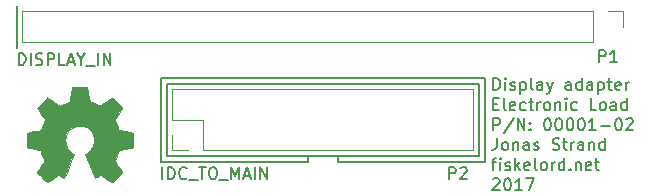
<source format=gbr>
G04 #@! TF.FileFunction,Legend,Top*
%FSLAX46Y46*%
G04 Gerber Fmt 4.6, Leading zero omitted, Abs format (unit mm)*
G04 Created by KiCad (PCBNEW 4.0.5) date 10/06/17 13:28:22*
%MOMM*%
%LPD*%
G01*
G04 APERTURE LIST*
%ADD10C,0.100000*%
%ADD11C,0.150000*%
%ADD12C,0.200000*%
%ADD13C,0.120000*%
%ADD14C,0.002540*%
G04 APERTURE END LIST*
D10*
D11*
X140137048Y-73096381D02*
X140137048Y-72096381D01*
X140375143Y-72096381D01*
X140518001Y-72144000D01*
X140613239Y-72239238D01*
X140660858Y-72334476D01*
X140708477Y-72524952D01*
X140708477Y-72667810D01*
X140660858Y-72858286D01*
X140613239Y-72953524D01*
X140518001Y-73048762D01*
X140375143Y-73096381D01*
X140137048Y-73096381D01*
X141137048Y-73096381D02*
X141137048Y-72096381D01*
X141565619Y-73048762D02*
X141708476Y-73096381D01*
X141946572Y-73096381D01*
X142041810Y-73048762D01*
X142089429Y-73001143D01*
X142137048Y-72905905D01*
X142137048Y-72810667D01*
X142089429Y-72715429D01*
X142041810Y-72667810D01*
X141946572Y-72620190D01*
X141756095Y-72572571D01*
X141660857Y-72524952D01*
X141613238Y-72477333D01*
X141565619Y-72382095D01*
X141565619Y-72286857D01*
X141613238Y-72191619D01*
X141660857Y-72144000D01*
X141756095Y-72096381D01*
X141994191Y-72096381D01*
X142137048Y-72144000D01*
X142565619Y-73096381D02*
X142565619Y-72096381D01*
X142946572Y-72096381D01*
X143041810Y-72144000D01*
X143089429Y-72191619D01*
X143137048Y-72286857D01*
X143137048Y-72429714D01*
X143089429Y-72524952D01*
X143041810Y-72572571D01*
X142946572Y-72620190D01*
X142565619Y-72620190D01*
X144041810Y-73096381D02*
X143565619Y-73096381D01*
X143565619Y-72096381D01*
X144327524Y-72810667D02*
X144803715Y-72810667D01*
X144232286Y-73096381D02*
X144565619Y-72096381D01*
X144898953Y-73096381D01*
X145422762Y-72620190D02*
X145422762Y-73096381D01*
X145089429Y-72096381D02*
X145422762Y-72620190D01*
X145756096Y-72096381D01*
X145851334Y-73191619D02*
X146613239Y-73191619D01*
X146851334Y-73096381D02*
X146851334Y-72096381D01*
X147327524Y-73096381D02*
X147327524Y-72096381D01*
X147898953Y-73096381D01*
X147898953Y-72096381D01*
X152289429Y-82748381D02*
X152289429Y-81748381D01*
X152765619Y-82748381D02*
X152765619Y-81748381D01*
X153003714Y-81748381D01*
X153146572Y-81796000D01*
X153241810Y-81891238D01*
X153289429Y-81986476D01*
X153337048Y-82176952D01*
X153337048Y-82319810D01*
X153289429Y-82510286D01*
X153241810Y-82605524D01*
X153146572Y-82700762D01*
X153003714Y-82748381D01*
X152765619Y-82748381D01*
X154337048Y-82653143D02*
X154289429Y-82700762D01*
X154146572Y-82748381D01*
X154051334Y-82748381D01*
X153908476Y-82700762D01*
X153813238Y-82605524D01*
X153765619Y-82510286D01*
X153718000Y-82319810D01*
X153718000Y-82176952D01*
X153765619Y-81986476D01*
X153813238Y-81891238D01*
X153908476Y-81796000D01*
X154051334Y-81748381D01*
X154146572Y-81748381D01*
X154289429Y-81796000D01*
X154337048Y-81843619D01*
X154527524Y-82843619D02*
X155289429Y-82843619D01*
X155384667Y-81748381D02*
X155956096Y-81748381D01*
X155670381Y-82748381D02*
X155670381Y-81748381D01*
X156479905Y-81748381D02*
X156670382Y-81748381D01*
X156765620Y-81796000D01*
X156860858Y-81891238D01*
X156908477Y-82081714D01*
X156908477Y-82415048D01*
X156860858Y-82605524D01*
X156765620Y-82700762D01*
X156670382Y-82748381D01*
X156479905Y-82748381D01*
X156384667Y-82700762D01*
X156289429Y-82605524D01*
X156241810Y-82415048D01*
X156241810Y-82081714D01*
X156289429Y-81891238D01*
X156384667Y-81796000D01*
X156479905Y-81748381D01*
X157098953Y-82843619D02*
X157860858Y-82843619D01*
X158098953Y-82748381D02*
X158098953Y-81748381D01*
X158432287Y-82462667D01*
X158765620Y-81748381D01*
X158765620Y-82748381D01*
X159194191Y-82462667D02*
X159670382Y-82462667D01*
X159098953Y-82748381D02*
X159432286Y-81748381D01*
X159765620Y-82748381D01*
X160098953Y-82748381D02*
X160098953Y-81748381D01*
X160575143Y-82748381D02*
X160575143Y-81748381D01*
X161146572Y-82748381D01*
X161146572Y-81748381D01*
D12*
X180609810Y-79286381D02*
X180609810Y-80000667D01*
X180562190Y-80143524D01*
X180466952Y-80238762D01*
X180324095Y-80286381D01*
X180228857Y-80286381D01*
X181228857Y-80286381D02*
X181133619Y-80238762D01*
X181086000Y-80191143D01*
X181038381Y-80095905D01*
X181038381Y-79810190D01*
X181086000Y-79714952D01*
X181133619Y-79667333D01*
X181228857Y-79619714D01*
X181371715Y-79619714D01*
X181466953Y-79667333D01*
X181514572Y-79714952D01*
X181562191Y-79810190D01*
X181562191Y-80095905D01*
X181514572Y-80191143D01*
X181466953Y-80238762D01*
X181371715Y-80286381D01*
X181228857Y-80286381D01*
X181990762Y-79619714D02*
X181990762Y-80286381D01*
X181990762Y-79714952D02*
X182038381Y-79667333D01*
X182133619Y-79619714D01*
X182276477Y-79619714D01*
X182371715Y-79667333D01*
X182419334Y-79762571D01*
X182419334Y-80286381D01*
X183324096Y-80286381D02*
X183324096Y-79762571D01*
X183276477Y-79667333D01*
X183181239Y-79619714D01*
X182990762Y-79619714D01*
X182895524Y-79667333D01*
X183324096Y-80238762D02*
X183228858Y-80286381D01*
X182990762Y-80286381D01*
X182895524Y-80238762D01*
X182847905Y-80143524D01*
X182847905Y-80048286D01*
X182895524Y-79953048D01*
X182990762Y-79905429D01*
X183228858Y-79905429D01*
X183324096Y-79857810D01*
X183752667Y-80238762D02*
X183847905Y-80286381D01*
X184038381Y-80286381D01*
X184133620Y-80238762D01*
X184181239Y-80143524D01*
X184181239Y-80095905D01*
X184133620Y-80000667D01*
X184038381Y-79953048D01*
X183895524Y-79953048D01*
X183800286Y-79905429D01*
X183752667Y-79810190D01*
X183752667Y-79762571D01*
X183800286Y-79667333D01*
X183895524Y-79619714D01*
X184038381Y-79619714D01*
X184133620Y-79667333D01*
X185324096Y-80238762D02*
X185466953Y-80286381D01*
X185705049Y-80286381D01*
X185800287Y-80238762D01*
X185847906Y-80191143D01*
X185895525Y-80095905D01*
X185895525Y-80000667D01*
X185847906Y-79905429D01*
X185800287Y-79857810D01*
X185705049Y-79810190D01*
X185514572Y-79762571D01*
X185419334Y-79714952D01*
X185371715Y-79667333D01*
X185324096Y-79572095D01*
X185324096Y-79476857D01*
X185371715Y-79381619D01*
X185419334Y-79334000D01*
X185514572Y-79286381D01*
X185752668Y-79286381D01*
X185895525Y-79334000D01*
X186181239Y-79619714D02*
X186562191Y-79619714D01*
X186324096Y-79286381D02*
X186324096Y-80143524D01*
X186371715Y-80238762D01*
X186466953Y-80286381D01*
X186562191Y-80286381D01*
X186895525Y-80286381D02*
X186895525Y-79619714D01*
X186895525Y-79810190D02*
X186943144Y-79714952D01*
X186990763Y-79667333D01*
X187086001Y-79619714D01*
X187181240Y-79619714D01*
X187943145Y-80286381D02*
X187943145Y-79762571D01*
X187895526Y-79667333D01*
X187800288Y-79619714D01*
X187609811Y-79619714D01*
X187514573Y-79667333D01*
X187943145Y-80238762D02*
X187847907Y-80286381D01*
X187609811Y-80286381D01*
X187514573Y-80238762D01*
X187466954Y-80143524D01*
X187466954Y-80048286D01*
X187514573Y-79953048D01*
X187609811Y-79905429D01*
X187847907Y-79905429D01*
X187943145Y-79857810D01*
X188419335Y-79619714D02*
X188419335Y-80286381D01*
X188419335Y-79714952D02*
X188466954Y-79667333D01*
X188562192Y-79619714D01*
X188705050Y-79619714D01*
X188800288Y-79667333D01*
X188847907Y-79762571D01*
X188847907Y-80286381D01*
X189752669Y-80286381D02*
X189752669Y-79286381D01*
X189752669Y-80238762D02*
X189657431Y-80286381D01*
X189466954Y-80286381D01*
X189371716Y-80238762D01*
X189324097Y-80191143D01*
X189276478Y-80095905D01*
X189276478Y-79810190D01*
X189324097Y-79714952D01*
X189371716Y-79667333D01*
X189466954Y-79619714D01*
X189657431Y-79619714D01*
X189752669Y-79667333D01*
X180181238Y-81319714D02*
X180562190Y-81319714D01*
X180324095Y-81986381D02*
X180324095Y-81129238D01*
X180371714Y-81034000D01*
X180466952Y-80986381D01*
X180562190Y-80986381D01*
X180895524Y-81986381D02*
X180895524Y-81319714D01*
X180895524Y-80986381D02*
X180847905Y-81034000D01*
X180895524Y-81081619D01*
X180943143Y-81034000D01*
X180895524Y-80986381D01*
X180895524Y-81081619D01*
X181324095Y-81938762D02*
X181419333Y-81986381D01*
X181609809Y-81986381D01*
X181705048Y-81938762D01*
X181752667Y-81843524D01*
X181752667Y-81795905D01*
X181705048Y-81700667D01*
X181609809Y-81653048D01*
X181466952Y-81653048D01*
X181371714Y-81605429D01*
X181324095Y-81510190D01*
X181324095Y-81462571D01*
X181371714Y-81367333D01*
X181466952Y-81319714D01*
X181609809Y-81319714D01*
X181705048Y-81367333D01*
X182181238Y-81986381D02*
X182181238Y-80986381D01*
X182276476Y-81605429D02*
X182562191Y-81986381D01*
X182562191Y-81319714D02*
X182181238Y-81700667D01*
X183371715Y-81938762D02*
X183276477Y-81986381D01*
X183086000Y-81986381D01*
X182990762Y-81938762D01*
X182943143Y-81843524D01*
X182943143Y-81462571D01*
X182990762Y-81367333D01*
X183086000Y-81319714D01*
X183276477Y-81319714D01*
X183371715Y-81367333D01*
X183419334Y-81462571D01*
X183419334Y-81557810D01*
X182943143Y-81653048D01*
X183990762Y-81986381D02*
X183895524Y-81938762D01*
X183847905Y-81843524D01*
X183847905Y-80986381D01*
X184514572Y-81986381D02*
X184419334Y-81938762D01*
X184371715Y-81891143D01*
X184324096Y-81795905D01*
X184324096Y-81510190D01*
X184371715Y-81414952D01*
X184419334Y-81367333D01*
X184514572Y-81319714D01*
X184657430Y-81319714D01*
X184752668Y-81367333D01*
X184800287Y-81414952D01*
X184847906Y-81510190D01*
X184847906Y-81795905D01*
X184800287Y-81891143D01*
X184752668Y-81938762D01*
X184657430Y-81986381D01*
X184514572Y-81986381D01*
X185276477Y-81986381D02*
X185276477Y-81319714D01*
X185276477Y-81510190D02*
X185324096Y-81414952D01*
X185371715Y-81367333D01*
X185466953Y-81319714D01*
X185562192Y-81319714D01*
X186324097Y-81986381D02*
X186324097Y-80986381D01*
X186324097Y-81938762D02*
X186228859Y-81986381D01*
X186038382Y-81986381D01*
X185943144Y-81938762D01*
X185895525Y-81891143D01*
X185847906Y-81795905D01*
X185847906Y-81510190D01*
X185895525Y-81414952D01*
X185943144Y-81367333D01*
X186038382Y-81319714D01*
X186228859Y-81319714D01*
X186324097Y-81367333D01*
X186800287Y-81891143D02*
X186847906Y-81938762D01*
X186800287Y-81986381D01*
X186752668Y-81938762D01*
X186800287Y-81891143D01*
X186800287Y-81986381D01*
X187276477Y-81319714D02*
X187276477Y-81986381D01*
X187276477Y-81414952D02*
X187324096Y-81367333D01*
X187419334Y-81319714D01*
X187562192Y-81319714D01*
X187657430Y-81367333D01*
X187705049Y-81462571D01*
X187705049Y-81986381D01*
X188562192Y-81938762D02*
X188466954Y-81986381D01*
X188276477Y-81986381D01*
X188181239Y-81938762D01*
X188133620Y-81843524D01*
X188133620Y-81462571D01*
X188181239Y-81367333D01*
X188276477Y-81319714D01*
X188466954Y-81319714D01*
X188562192Y-81367333D01*
X188609811Y-81462571D01*
X188609811Y-81557810D01*
X188133620Y-81653048D01*
X188895525Y-81319714D02*
X189276477Y-81319714D01*
X189038382Y-80986381D02*
X189038382Y-81843524D01*
X189086001Y-81938762D01*
X189181239Y-81986381D01*
X189276477Y-81986381D01*
X180276476Y-82781619D02*
X180324095Y-82734000D01*
X180419333Y-82686381D01*
X180657429Y-82686381D01*
X180752667Y-82734000D01*
X180800286Y-82781619D01*
X180847905Y-82876857D01*
X180847905Y-82972095D01*
X180800286Y-83114952D01*
X180228857Y-83686381D01*
X180847905Y-83686381D01*
X181466952Y-82686381D02*
X181562191Y-82686381D01*
X181657429Y-82734000D01*
X181705048Y-82781619D01*
X181752667Y-82876857D01*
X181800286Y-83067333D01*
X181800286Y-83305429D01*
X181752667Y-83495905D01*
X181705048Y-83591143D01*
X181657429Y-83638762D01*
X181562191Y-83686381D01*
X181466952Y-83686381D01*
X181371714Y-83638762D01*
X181324095Y-83591143D01*
X181276476Y-83495905D01*
X181228857Y-83305429D01*
X181228857Y-83067333D01*
X181276476Y-82876857D01*
X181324095Y-82781619D01*
X181371714Y-82734000D01*
X181466952Y-82686381D01*
X182752667Y-83686381D02*
X182181238Y-83686381D01*
X182466952Y-83686381D02*
X182466952Y-82686381D01*
X182371714Y-82829238D01*
X182276476Y-82924476D01*
X182181238Y-82972095D01*
X183086000Y-82686381D02*
X183752667Y-82686381D01*
X183324095Y-83686381D01*
X180324095Y-75206381D02*
X180324095Y-74206381D01*
X180562190Y-74206381D01*
X180705048Y-74254000D01*
X180800286Y-74349238D01*
X180847905Y-74444476D01*
X180895524Y-74634952D01*
X180895524Y-74777810D01*
X180847905Y-74968286D01*
X180800286Y-75063524D01*
X180705048Y-75158762D01*
X180562190Y-75206381D01*
X180324095Y-75206381D01*
X181324095Y-75206381D02*
X181324095Y-74539714D01*
X181324095Y-74206381D02*
X181276476Y-74254000D01*
X181324095Y-74301619D01*
X181371714Y-74254000D01*
X181324095Y-74206381D01*
X181324095Y-74301619D01*
X181752666Y-75158762D02*
X181847904Y-75206381D01*
X182038380Y-75206381D01*
X182133619Y-75158762D01*
X182181238Y-75063524D01*
X182181238Y-75015905D01*
X182133619Y-74920667D01*
X182038380Y-74873048D01*
X181895523Y-74873048D01*
X181800285Y-74825429D01*
X181752666Y-74730190D01*
X181752666Y-74682571D01*
X181800285Y-74587333D01*
X181895523Y-74539714D01*
X182038380Y-74539714D01*
X182133619Y-74587333D01*
X182609809Y-74539714D02*
X182609809Y-75539714D01*
X182609809Y-74587333D02*
X182705047Y-74539714D01*
X182895524Y-74539714D01*
X182990762Y-74587333D01*
X183038381Y-74634952D01*
X183086000Y-74730190D01*
X183086000Y-75015905D01*
X183038381Y-75111143D01*
X182990762Y-75158762D01*
X182895524Y-75206381D01*
X182705047Y-75206381D01*
X182609809Y-75158762D01*
X183657428Y-75206381D02*
X183562190Y-75158762D01*
X183514571Y-75063524D01*
X183514571Y-74206381D01*
X184466953Y-75206381D02*
X184466953Y-74682571D01*
X184419334Y-74587333D01*
X184324096Y-74539714D01*
X184133619Y-74539714D01*
X184038381Y-74587333D01*
X184466953Y-75158762D02*
X184371715Y-75206381D01*
X184133619Y-75206381D01*
X184038381Y-75158762D01*
X183990762Y-75063524D01*
X183990762Y-74968286D01*
X184038381Y-74873048D01*
X184133619Y-74825429D01*
X184371715Y-74825429D01*
X184466953Y-74777810D01*
X184847905Y-74539714D02*
X185086000Y-75206381D01*
X185324096Y-74539714D02*
X185086000Y-75206381D01*
X184990762Y-75444476D01*
X184943143Y-75492095D01*
X184847905Y-75539714D01*
X186895525Y-75206381D02*
X186895525Y-74682571D01*
X186847906Y-74587333D01*
X186752668Y-74539714D01*
X186562191Y-74539714D01*
X186466953Y-74587333D01*
X186895525Y-75158762D02*
X186800287Y-75206381D01*
X186562191Y-75206381D01*
X186466953Y-75158762D01*
X186419334Y-75063524D01*
X186419334Y-74968286D01*
X186466953Y-74873048D01*
X186562191Y-74825429D01*
X186800287Y-74825429D01*
X186895525Y-74777810D01*
X187800287Y-75206381D02*
X187800287Y-74206381D01*
X187800287Y-75158762D02*
X187705049Y-75206381D01*
X187514572Y-75206381D01*
X187419334Y-75158762D01*
X187371715Y-75111143D01*
X187324096Y-75015905D01*
X187324096Y-74730190D01*
X187371715Y-74634952D01*
X187419334Y-74587333D01*
X187514572Y-74539714D01*
X187705049Y-74539714D01*
X187800287Y-74587333D01*
X188705049Y-75206381D02*
X188705049Y-74682571D01*
X188657430Y-74587333D01*
X188562192Y-74539714D01*
X188371715Y-74539714D01*
X188276477Y-74587333D01*
X188705049Y-75158762D02*
X188609811Y-75206381D01*
X188371715Y-75206381D01*
X188276477Y-75158762D01*
X188228858Y-75063524D01*
X188228858Y-74968286D01*
X188276477Y-74873048D01*
X188371715Y-74825429D01*
X188609811Y-74825429D01*
X188705049Y-74777810D01*
X189181239Y-74539714D02*
X189181239Y-75539714D01*
X189181239Y-74587333D02*
X189276477Y-74539714D01*
X189466954Y-74539714D01*
X189562192Y-74587333D01*
X189609811Y-74634952D01*
X189657430Y-74730190D01*
X189657430Y-75015905D01*
X189609811Y-75111143D01*
X189562192Y-75158762D01*
X189466954Y-75206381D01*
X189276477Y-75206381D01*
X189181239Y-75158762D01*
X189943144Y-74539714D02*
X190324096Y-74539714D01*
X190086001Y-74206381D02*
X190086001Y-75063524D01*
X190133620Y-75158762D01*
X190228858Y-75206381D01*
X190324096Y-75206381D01*
X191038383Y-75158762D02*
X190943145Y-75206381D01*
X190752668Y-75206381D01*
X190657430Y-75158762D01*
X190609811Y-75063524D01*
X190609811Y-74682571D01*
X190657430Y-74587333D01*
X190752668Y-74539714D01*
X190943145Y-74539714D01*
X191038383Y-74587333D01*
X191086002Y-74682571D01*
X191086002Y-74777810D01*
X190609811Y-74873048D01*
X191514573Y-75206381D02*
X191514573Y-74539714D01*
X191514573Y-74730190D02*
X191562192Y-74634952D01*
X191609811Y-74587333D01*
X191705049Y-74539714D01*
X191800288Y-74539714D01*
X180324095Y-76382571D02*
X180657429Y-76382571D01*
X180800286Y-76906381D02*
X180324095Y-76906381D01*
X180324095Y-75906381D01*
X180800286Y-75906381D01*
X181371714Y-76906381D02*
X181276476Y-76858762D01*
X181228857Y-76763524D01*
X181228857Y-75906381D01*
X182133620Y-76858762D02*
X182038382Y-76906381D01*
X181847905Y-76906381D01*
X181752667Y-76858762D01*
X181705048Y-76763524D01*
X181705048Y-76382571D01*
X181752667Y-76287333D01*
X181847905Y-76239714D01*
X182038382Y-76239714D01*
X182133620Y-76287333D01*
X182181239Y-76382571D01*
X182181239Y-76477810D01*
X181705048Y-76573048D01*
X183038382Y-76858762D02*
X182943144Y-76906381D01*
X182752667Y-76906381D01*
X182657429Y-76858762D01*
X182609810Y-76811143D01*
X182562191Y-76715905D01*
X182562191Y-76430190D01*
X182609810Y-76334952D01*
X182657429Y-76287333D01*
X182752667Y-76239714D01*
X182943144Y-76239714D01*
X183038382Y-76287333D01*
X183324096Y-76239714D02*
X183705048Y-76239714D01*
X183466953Y-75906381D02*
X183466953Y-76763524D01*
X183514572Y-76858762D01*
X183609810Y-76906381D01*
X183705048Y-76906381D01*
X184038382Y-76906381D02*
X184038382Y-76239714D01*
X184038382Y-76430190D02*
X184086001Y-76334952D01*
X184133620Y-76287333D01*
X184228858Y-76239714D01*
X184324097Y-76239714D01*
X184800287Y-76906381D02*
X184705049Y-76858762D01*
X184657430Y-76811143D01*
X184609811Y-76715905D01*
X184609811Y-76430190D01*
X184657430Y-76334952D01*
X184705049Y-76287333D01*
X184800287Y-76239714D01*
X184943145Y-76239714D01*
X185038383Y-76287333D01*
X185086002Y-76334952D01*
X185133621Y-76430190D01*
X185133621Y-76715905D01*
X185086002Y-76811143D01*
X185038383Y-76858762D01*
X184943145Y-76906381D01*
X184800287Y-76906381D01*
X185562192Y-76239714D02*
X185562192Y-76906381D01*
X185562192Y-76334952D02*
X185609811Y-76287333D01*
X185705049Y-76239714D01*
X185847907Y-76239714D01*
X185943145Y-76287333D01*
X185990764Y-76382571D01*
X185990764Y-76906381D01*
X186466954Y-76906381D02*
X186466954Y-76239714D01*
X186466954Y-75906381D02*
X186419335Y-75954000D01*
X186466954Y-76001619D01*
X186514573Y-75954000D01*
X186466954Y-75906381D01*
X186466954Y-76001619D01*
X187371716Y-76858762D02*
X187276478Y-76906381D01*
X187086001Y-76906381D01*
X186990763Y-76858762D01*
X186943144Y-76811143D01*
X186895525Y-76715905D01*
X186895525Y-76430190D01*
X186943144Y-76334952D01*
X186990763Y-76287333D01*
X187086001Y-76239714D01*
X187276478Y-76239714D01*
X187371716Y-76287333D01*
X189038383Y-76906381D02*
X188562192Y-76906381D01*
X188562192Y-75906381D01*
X189514573Y-76906381D02*
X189419335Y-76858762D01*
X189371716Y-76811143D01*
X189324097Y-76715905D01*
X189324097Y-76430190D01*
X189371716Y-76334952D01*
X189419335Y-76287333D01*
X189514573Y-76239714D01*
X189657431Y-76239714D01*
X189752669Y-76287333D01*
X189800288Y-76334952D01*
X189847907Y-76430190D01*
X189847907Y-76715905D01*
X189800288Y-76811143D01*
X189752669Y-76858762D01*
X189657431Y-76906381D01*
X189514573Y-76906381D01*
X190705050Y-76906381D02*
X190705050Y-76382571D01*
X190657431Y-76287333D01*
X190562193Y-76239714D01*
X190371716Y-76239714D01*
X190276478Y-76287333D01*
X190705050Y-76858762D02*
X190609812Y-76906381D01*
X190371716Y-76906381D01*
X190276478Y-76858762D01*
X190228859Y-76763524D01*
X190228859Y-76668286D01*
X190276478Y-76573048D01*
X190371716Y-76525429D01*
X190609812Y-76525429D01*
X190705050Y-76477810D01*
X191609812Y-76906381D02*
X191609812Y-75906381D01*
X191609812Y-76858762D02*
X191514574Y-76906381D01*
X191324097Y-76906381D01*
X191228859Y-76858762D01*
X191181240Y-76811143D01*
X191133621Y-76715905D01*
X191133621Y-76430190D01*
X191181240Y-76334952D01*
X191228859Y-76287333D01*
X191324097Y-76239714D01*
X191514574Y-76239714D01*
X191609812Y-76287333D01*
X180324095Y-78606381D02*
X180324095Y-77606381D01*
X180705048Y-77606381D01*
X180800286Y-77654000D01*
X180847905Y-77701619D01*
X180895524Y-77796857D01*
X180895524Y-77939714D01*
X180847905Y-78034952D01*
X180800286Y-78082571D01*
X180705048Y-78130190D01*
X180324095Y-78130190D01*
X182038381Y-77558762D02*
X181181238Y-78844476D01*
X182371714Y-78606381D02*
X182371714Y-77606381D01*
X182943143Y-78606381D01*
X182943143Y-77606381D01*
X183419333Y-78511143D02*
X183466952Y-78558762D01*
X183419333Y-78606381D01*
X183371714Y-78558762D01*
X183419333Y-78511143D01*
X183419333Y-78606381D01*
X183419333Y-77987333D02*
X183466952Y-78034952D01*
X183419333Y-78082571D01*
X183371714Y-78034952D01*
X183419333Y-77987333D01*
X183419333Y-78082571D01*
X184847904Y-77606381D02*
X184943143Y-77606381D01*
X185038381Y-77654000D01*
X185086000Y-77701619D01*
X185133619Y-77796857D01*
X185181238Y-77987333D01*
X185181238Y-78225429D01*
X185133619Y-78415905D01*
X185086000Y-78511143D01*
X185038381Y-78558762D01*
X184943143Y-78606381D01*
X184847904Y-78606381D01*
X184752666Y-78558762D01*
X184705047Y-78511143D01*
X184657428Y-78415905D01*
X184609809Y-78225429D01*
X184609809Y-77987333D01*
X184657428Y-77796857D01*
X184705047Y-77701619D01*
X184752666Y-77654000D01*
X184847904Y-77606381D01*
X185800285Y-77606381D02*
X185895524Y-77606381D01*
X185990762Y-77654000D01*
X186038381Y-77701619D01*
X186086000Y-77796857D01*
X186133619Y-77987333D01*
X186133619Y-78225429D01*
X186086000Y-78415905D01*
X186038381Y-78511143D01*
X185990762Y-78558762D01*
X185895524Y-78606381D01*
X185800285Y-78606381D01*
X185705047Y-78558762D01*
X185657428Y-78511143D01*
X185609809Y-78415905D01*
X185562190Y-78225429D01*
X185562190Y-77987333D01*
X185609809Y-77796857D01*
X185657428Y-77701619D01*
X185705047Y-77654000D01*
X185800285Y-77606381D01*
X186752666Y-77606381D02*
X186847905Y-77606381D01*
X186943143Y-77654000D01*
X186990762Y-77701619D01*
X187038381Y-77796857D01*
X187086000Y-77987333D01*
X187086000Y-78225429D01*
X187038381Y-78415905D01*
X186990762Y-78511143D01*
X186943143Y-78558762D01*
X186847905Y-78606381D01*
X186752666Y-78606381D01*
X186657428Y-78558762D01*
X186609809Y-78511143D01*
X186562190Y-78415905D01*
X186514571Y-78225429D01*
X186514571Y-77987333D01*
X186562190Y-77796857D01*
X186609809Y-77701619D01*
X186657428Y-77654000D01*
X186752666Y-77606381D01*
X187705047Y-77606381D02*
X187800286Y-77606381D01*
X187895524Y-77654000D01*
X187943143Y-77701619D01*
X187990762Y-77796857D01*
X188038381Y-77987333D01*
X188038381Y-78225429D01*
X187990762Y-78415905D01*
X187943143Y-78511143D01*
X187895524Y-78558762D01*
X187800286Y-78606381D01*
X187705047Y-78606381D01*
X187609809Y-78558762D01*
X187562190Y-78511143D01*
X187514571Y-78415905D01*
X187466952Y-78225429D01*
X187466952Y-77987333D01*
X187514571Y-77796857D01*
X187562190Y-77701619D01*
X187609809Y-77654000D01*
X187705047Y-77606381D01*
X188990762Y-78606381D02*
X188419333Y-78606381D01*
X188705047Y-78606381D02*
X188705047Y-77606381D01*
X188609809Y-77749238D01*
X188514571Y-77844476D01*
X188419333Y-77892095D01*
X189419333Y-78225429D02*
X190181238Y-78225429D01*
X190847904Y-77606381D02*
X190943143Y-77606381D01*
X191038381Y-77654000D01*
X191086000Y-77701619D01*
X191133619Y-77796857D01*
X191181238Y-77987333D01*
X191181238Y-78225429D01*
X191133619Y-78415905D01*
X191086000Y-78511143D01*
X191038381Y-78558762D01*
X190943143Y-78606381D01*
X190847904Y-78606381D01*
X190752666Y-78558762D01*
X190705047Y-78511143D01*
X190657428Y-78415905D01*
X190609809Y-78225429D01*
X190609809Y-77987333D01*
X190657428Y-77796857D01*
X190705047Y-77701619D01*
X190752666Y-77654000D01*
X190847904Y-77606381D01*
X191562190Y-77701619D02*
X191609809Y-77654000D01*
X191705047Y-77606381D01*
X191943143Y-77606381D01*
X192038381Y-77654000D01*
X192086000Y-77701619D01*
X192133619Y-77796857D01*
X192133619Y-77892095D01*
X192086000Y-78034952D01*
X191514571Y-78606381D01*
X192133619Y-78606381D01*
X139954000Y-71628000D02*
X139954000Y-68072000D01*
X164592000Y-80772000D02*
X167132000Y-80772000D01*
X164592000Y-81280000D02*
X164592000Y-80772000D01*
X152146000Y-81280000D02*
X164592000Y-81280000D01*
X152146000Y-74168000D02*
X152146000Y-81280000D01*
X179578000Y-74168000D02*
X152146000Y-74168000D01*
X179578000Y-81280000D02*
X179578000Y-74168000D01*
X167132000Y-81280000D02*
X179578000Y-81280000D01*
X167132000Y-80772000D02*
X167132000Y-81280000D01*
X179070000Y-80772000D02*
X167132000Y-80772000D01*
X179070000Y-74676000D02*
X179070000Y-80772000D01*
X152654000Y-74676000D02*
X179070000Y-74676000D01*
X152654000Y-80772000D02*
X152654000Y-74676000D01*
X164592000Y-80772000D02*
X152654000Y-80772000D01*
D13*
X140402000Y-68520000D02*
X140402000Y-71180000D01*
X188722000Y-68520000D02*
X140402000Y-68520000D01*
X188722000Y-71180000D02*
X140402000Y-71180000D01*
X188722000Y-68520000D02*
X188722000Y-71180000D01*
X189992000Y-68520000D02*
X191322000Y-68520000D01*
X191322000Y-68520000D02*
X191322000Y-69850000D01*
X178622000Y-80324000D02*
X178622000Y-75124000D01*
X155702000Y-80324000D02*
X178622000Y-80324000D01*
X153102000Y-75124000D02*
X178622000Y-75124000D01*
X155702000Y-80324000D02*
X155702000Y-77724000D01*
X155702000Y-77724000D02*
X153102000Y-77724000D01*
X153102000Y-77724000D02*
X153102000Y-75124000D01*
X154432000Y-80324000D02*
X153102000Y-80324000D01*
X153102000Y-80324000D02*
X153102000Y-78994000D01*
D14*
G36*
X142560040Y-83035140D02*
X142608300Y-83012280D01*
X142712440Y-82943700D01*
X142862300Y-82847180D01*
X143040100Y-82727800D01*
X143217900Y-82605880D01*
X143365220Y-82509360D01*
X143469360Y-82443320D01*
X143510000Y-82420460D01*
X143535400Y-82428080D01*
X143619220Y-82468720D01*
X143741140Y-82532220D01*
X143812260Y-82570320D01*
X143926560Y-82618580D01*
X143982440Y-82628740D01*
X143990060Y-82613500D01*
X144033240Y-82527140D01*
X144096740Y-82379820D01*
X144183100Y-82184240D01*
X144279620Y-81955640D01*
X144383760Y-81709260D01*
X144487900Y-81457800D01*
X144586960Y-81219040D01*
X144675860Y-81003140D01*
X144746980Y-80827880D01*
X144792700Y-80705960D01*
X144810480Y-80652620D01*
X144805400Y-80642460D01*
X144749520Y-80586580D01*
X144650460Y-80512920D01*
X144437100Y-80340200D01*
X144226280Y-80078580D01*
X144099280Y-79781400D01*
X144056100Y-79448660D01*
X144091660Y-79141320D01*
X144213580Y-78846680D01*
X144419320Y-78582520D01*
X144668240Y-78384400D01*
X144960340Y-78259940D01*
X145288000Y-78219300D01*
X145600420Y-78254860D01*
X145902680Y-78374240D01*
X146166840Y-78574900D01*
X146278600Y-78704440D01*
X146433540Y-78973680D01*
X146522440Y-79260700D01*
X146532600Y-79334360D01*
X146519900Y-79651860D01*
X146425920Y-79954120D01*
X146258280Y-80225900D01*
X146027140Y-80446880D01*
X145999200Y-80467200D01*
X145889980Y-80548480D01*
X145818860Y-80604360D01*
X145762980Y-80650080D01*
X146164300Y-81617820D01*
X146227800Y-81772760D01*
X146339560Y-82036920D01*
X146436080Y-82265520D01*
X146514820Y-82445860D01*
X146568160Y-82567780D01*
X146591020Y-82616040D01*
X146593560Y-82618580D01*
X146629120Y-82626200D01*
X146702780Y-82598260D01*
X146837400Y-82532220D01*
X146928840Y-82486500D01*
X147030440Y-82438240D01*
X147076160Y-82420460D01*
X147116800Y-82440780D01*
X147215860Y-82504280D01*
X147358100Y-82600800D01*
X147533360Y-82717640D01*
X147695920Y-82829400D01*
X147848320Y-82931000D01*
X147960080Y-83002120D01*
X148013420Y-83030060D01*
X148021040Y-83030060D01*
X148069300Y-83004660D01*
X148155660Y-82931000D01*
X148287740Y-82806540D01*
X148475700Y-82621120D01*
X148503640Y-82593180D01*
X148656040Y-82438240D01*
X148780500Y-82306160D01*
X148864320Y-82214720D01*
X148894800Y-82171540D01*
X148894800Y-82171540D01*
X148866860Y-82118200D01*
X148798280Y-82008980D01*
X148696680Y-81854040D01*
X148574760Y-81673700D01*
X148254720Y-81208880D01*
X148429980Y-80769460D01*
X148483320Y-80634840D01*
X148551900Y-80469740D01*
X148605240Y-80352900D01*
X148630640Y-80302100D01*
X148678900Y-80286860D01*
X148798280Y-80256380D01*
X148973540Y-80220820D01*
X149181820Y-80182720D01*
X149379940Y-80144620D01*
X149557740Y-80111600D01*
X149687280Y-80086200D01*
X149745700Y-80076040D01*
X149760940Y-80065880D01*
X149771100Y-80037940D01*
X149778720Y-79976980D01*
X149783800Y-79867760D01*
X149786340Y-79697580D01*
X149786340Y-79448660D01*
X149786340Y-79423260D01*
X149783800Y-79184500D01*
X149781260Y-78996540D01*
X149773640Y-78874620D01*
X149766020Y-78826360D01*
X149763480Y-78823820D01*
X149710140Y-78811120D01*
X149583140Y-78783180D01*
X149402800Y-78750160D01*
X149189440Y-78709520D01*
X149176740Y-78706980D01*
X148963380Y-78663800D01*
X148785580Y-78628240D01*
X148661120Y-78600300D01*
X148607780Y-78582520D01*
X148597620Y-78567280D01*
X148554440Y-78483460D01*
X148493480Y-78351380D01*
X148422360Y-78191360D01*
X148353780Y-78023720D01*
X148292820Y-77873860D01*
X148252180Y-77762100D01*
X148239480Y-77711300D01*
X148239480Y-77708760D01*
X148272500Y-77657960D01*
X148346160Y-77548740D01*
X148450300Y-77396340D01*
X148572220Y-77213460D01*
X148582380Y-77200760D01*
X148704300Y-77020420D01*
X148803360Y-76868020D01*
X148871940Y-76758800D01*
X148894800Y-76710540D01*
X148894800Y-76708000D01*
X148854160Y-76654660D01*
X148762720Y-76553060D01*
X148630640Y-76415900D01*
X148473160Y-76255880D01*
X148424900Y-76207620D01*
X148249640Y-76034900D01*
X148127720Y-75925680D01*
X148051520Y-75864720D01*
X148015960Y-75852020D01*
X148013420Y-75852020D01*
X147960080Y-75885040D01*
X147845780Y-75958700D01*
X147693380Y-76062840D01*
X147510500Y-76187300D01*
X147497800Y-76197460D01*
X147317460Y-76319380D01*
X147167600Y-76420980D01*
X147060920Y-76489560D01*
X147015200Y-76517500D01*
X147005040Y-76517500D01*
X146933920Y-76497180D01*
X146804380Y-76451460D01*
X146646900Y-76390500D01*
X146481800Y-76324460D01*
X146329400Y-76260960D01*
X146217640Y-76207620D01*
X146164300Y-76179680D01*
X146161760Y-76177140D01*
X146141440Y-76111100D01*
X146110960Y-75976480D01*
X146072860Y-75791060D01*
X146032220Y-75572620D01*
X146024600Y-75537060D01*
X145983960Y-75321160D01*
X145950940Y-75143360D01*
X145925540Y-75021440D01*
X145912840Y-74970640D01*
X145882360Y-74965560D01*
X145775680Y-74957940D01*
X145618200Y-74952860D01*
X145422620Y-74950320D01*
X145219420Y-74952860D01*
X145021300Y-74955400D01*
X144851120Y-74963020D01*
X144729200Y-74970640D01*
X144678400Y-74980800D01*
X144678400Y-74983340D01*
X144658080Y-75049380D01*
X144630140Y-75184000D01*
X144592040Y-75371960D01*
X144548860Y-75592940D01*
X144541240Y-75631040D01*
X144500600Y-75844400D01*
X144465040Y-76019660D01*
X144439640Y-76141580D01*
X144426940Y-76187300D01*
X144406620Y-76197460D01*
X144317720Y-76238100D01*
X144175480Y-76296520D01*
X143997680Y-76367640D01*
X143586200Y-76535280D01*
X143080740Y-76189840D01*
X143035020Y-76156820D01*
X142852140Y-76034900D01*
X142702280Y-75935840D01*
X142598140Y-75867260D01*
X142557500Y-75841860D01*
X142552420Y-75844400D01*
X142501620Y-75887580D01*
X142402560Y-75981560D01*
X142265400Y-76116180D01*
X142105380Y-76273660D01*
X141988540Y-76393040D01*
X141848840Y-76532740D01*
X141762480Y-76629260D01*
X141714220Y-76690220D01*
X141696440Y-76725780D01*
X141701520Y-76751180D01*
X141732000Y-76801980D01*
X141808200Y-76913740D01*
X141912340Y-77068680D01*
X142034260Y-77246480D01*
X142135860Y-77396340D01*
X142245080Y-77563980D01*
X142316200Y-77685900D01*
X142341600Y-77744320D01*
X142333980Y-77769720D01*
X142300960Y-77868780D01*
X142240000Y-78018640D01*
X142163800Y-78196440D01*
X141988540Y-78595220D01*
X141726920Y-78646020D01*
X141566900Y-78676500D01*
X141345920Y-78719680D01*
X141132560Y-78760320D01*
X140799820Y-78823820D01*
X140789660Y-80043020D01*
X140840460Y-80065880D01*
X140888720Y-80078580D01*
X141013180Y-80106520D01*
X141188440Y-80142080D01*
X141394180Y-80180180D01*
X141571980Y-80213200D01*
X141749780Y-80246220D01*
X141876780Y-80271620D01*
X141932660Y-80284320D01*
X141947900Y-80302100D01*
X141991080Y-80388460D01*
X142054580Y-80525620D01*
X142125700Y-80690720D01*
X142196820Y-80860900D01*
X142260320Y-81018380D01*
X142303500Y-81137760D01*
X142318740Y-81201260D01*
X142295880Y-81246980D01*
X142229840Y-81351120D01*
X142130780Y-81500980D01*
X142008860Y-81678780D01*
X141889480Y-81854040D01*
X141787880Y-82006440D01*
X141714220Y-82113120D01*
X141686280Y-82163920D01*
X141701520Y-82196940D01*
X141772640Y-82283300D01*
X141904720Y-82420460D01*
X142102840Y-82616040D01*
X142135860Y-82649060D01*
X142293340Y-82801460D01*
X142425420Y-82923380D01*
X142519400Y-83004660D01*
X142560040Y-83035140D01*
X142560040Y-83035140D01*
G37*
X142560040Y-83035140D02*
X142608300Y-83012280D01*
X142712440Y-82943700D01*
X142862300Y-82847180D01*
X143040100Y-82727800D01*
X143217900Y-82605880D01*
X143365220Y-82509360D01*
X143469360Y-82443320D01*
X143510000Y-82420460D01*
X143535400Y-82428080D01*
X143619220Y-82468720D01*
X143741140Y-82532220D01*
X143812260Y-82570320D01*
X143926560Y-82618580D01*
X143982440Y-82628740D01*
X143990060Y-82613500D01*
X144033240Y-82527140D01*
X144096740Y-82379820D01*
X144183100Y-82184240D01*
X144279620Y-81955640D01*
X144383760Y-81709260D01*
X144487900Y-81457800D01*
X144586960Y-81219040D01*
X144675860Y-81003140D01*
X144746980Y-80827880D01*
X144792700Y-80705960D01*
X144810480Y-80652620D01*
X144805400Y-80642460D01*
X144749520Y-80586580D01*
X144650460Y-80512920D01*
X144437100Y-80340200D01*
X144226280Y-80078580D01*
X144099280Y-79781400D01*
X144056100Y-79448660D01*
X144091660Y-79141320D01*
X144213580Y-78846680D01*
X144419320Y-78582520D01*
X144668240Y-78384400D01*
X144960340Y-78259940D01*
X145288000Y-78219300D01*
X145600420Y-78254860D01*
X145902680Y-78374240D01*
X146166840Y-78574900D01*
X146278600Y-78704440D01*
X146433540Y-78973680D01*
X146522440Y-79260700D01*
X146532600Y-79334360D01*
X146519900Y-79651860D01*
X146425920Y-79954120D01*
X146258280Y-80225900D01*
X146027140Y-80446880D01*
X145999200Y-80467200D01*
X145889980Y-80548480D01*
X145818860Y-80604360D01*
X145762980Y-80650080D01*
X146164300Y-81617820D01*
X146227800Y-81772760D01*
X146339560Y-82036920D01*
X146436080Y-82265520D01*
X146514820Y-82445860D01*
X146568160Y-82567780D01*
X146591020Y-82616040D01*
X146593560Y-82618580D01*
X146629120Y-82626200D01*
X146702780Y-82598260D01*
X146837400Y-82532220D01*
X146928840Y-82486500D01*
X147030440Y-82438240D01*
X147076160Y-82420460D01*
X147116800Y-82440780D01*
X147215860Y-82504280D01*
X147358100Y-82600800D01*
X147533360Y-82717640D01*
X147695920Y-82829400D01*
X147848320Y-82931000D01*
X147960080Y-83002120D01*
X148013420Y-83030060D01*
X148021040Y-83030060D01*
X148069300Y-83004660D01*
X148155660Y-82931000D01*
X148287740Y-82806540D01*
X148475700Y-82621120D01*
X148503640Y-82593180D01*
X148656040Y-82438240D01*
X148780500Y-82306160D01*
X148864320Y-82214720D01*
X148894800Y-82171540D01*
X148894800Y-82171540D01*
X148866860Y-82118200D01*
X148798280Y-82008980D01*
X148696680Y-81854040D01*
X148574760Y-81673700D01*
X148254720Y-81208880D01*
X148429980Y-80769460D01*
X148483320Y-80634840D01*
X148551900Y-80469740D01*
X148605240Y-80352900D01*
X148630640Y-80302100D01*
X148678900Y-80286860D01*
X148798280Y-80256380D01*
X148973540Y-80220820D01*
X149181820Y-80182720D01*
X149379940Y-80144620D01*
X149557740Y-80111600D01*
X149687280Y-80086200D01*
X149745700Y-80076040D01*
X149760940Y-80065880D01*
X149771100Y-80037940D01*
X149778720Y-79976980D01*
X149783800Y-79867760D01*
X149786340Y-79697580D01*
X149786340Y-79448660D01*
X149786340Y-79423260D01*
X149783800Y-79184500D01*
X149781260Y-78996540D01*
X149773640Y-78874620D01*
X149766020Y-78826360D01*
X149763480Y-78823820D01*
X149710140Y-78811120D01*
X149583140Y-78783180D01*
X149402800Y-78750160D01*
X149189440Y-78709520D01*
X149176740Y-78706980D01*
X148963380Y-78663800D01*
X148785580Y-78628240D01*
X148661120Y-78600300D01*
X148607780Y-78582520D01*
X148597620Y-78567280D01*
X148554440Y-78483460D01*
X148493480Y-78351380D01*
X148422360Y-78191360D01*
X148353780Y-78023720D01*
X148292820Y-77873860D01*
X148252180Y-77762100D01*
X148239480Y-77711300D01*
X148239480Y-77708760D01*
X148272500Y-77657960D01*
X148346160Y-77548740D01*
X148450300Y-77396340D01*
X148572220Y-77213460D01*
X148582380Y-77200760D01*
X148704300Y-77020420D01*
X148803360Y-76868020D01*
X148871940Y-76758800D01*
X148894800Y-76710540D01*
X148894800Y-76708000D01*
X148854160Y-76654660D01*
X148762720Y-76553060D01*
X148630640Y-76415900D01*
X148473160Y-76255880D01*
X148424900Y-76207620D01*
X148249640Y-76034900D01*
X148127720Y-75925680D01*
X148051520Y-75864720D01*
X148015960Y-75852020D01*
X148013420Y-75852020D01*
X147960080Y-75885040D01*
X147845780Y-75958700D01*
X147693380Y-76062840D01*
X147510500Y-76187300D01*
X147497800Y-76197460D01*
X147317460Y-76319380D01*
X147167600Y-76420980D01*
X147060920Y-76489560D01*
X147015200Y-76517500D01*
X147005040Y-76517500D01*
X146933920Y-76497180D01*
X146804380Y-76451460D01*
X146646900Y-76390500D01*
X146481800Y-76324460D01*
X146329400Y-76260960D01*
X146217640Y-76207620D01*
X146164300Y-76179680D01*
X146161760Y-76177140D01*
X146141440Y-76111100D01*
X146110960Y-75976480D01*
X146072860Y-75791060D01*
X146032220Y-75572620D01*
X146024600Y-75537060D01*
X145983960Y-75321160D01*
X145950940Y-75143360D01*
X145925540Y-75021440D01*
X145912840Y-74970640D01*
X145882360Y-74965560D01*
X145775680Y-74957940D01*
X145618200Y-74952860D01*
X145422620Y-74950320D01*
X145219420Y-74952860D01*
X145021300Y-74955400D01*
X144851120Y-74963020D01*
X144729200Y-74970640D01*
X144678400Y-74980800D01*
X144678400Y-74983340D01*
X144658080Y-75049380D01*
X144630140Y-75184000D01*
X144592040Y-75371960D01*
X144548860Y-75592940D01*
X144541240Y-75631040D01*
X144500600Y-75844400D01*
X144465040Y-76019660D01*
X144439640Y-76141580D01*
X144426940Y-76187300D01*
X144406620Y-76197460D01*
X144317720Y-76238100D01*
X144175480Y-76296520D01*
X143997680Y-76367640D01*
X143586200Y-76535280D01*
X143080740Y-76189840D01*
X143035020Y-76156820D01*
X142852140Y-76034900D01*
X142702280Y-75935840D01*
X142598140Y-75867260D01*
X142557500Y-75841860D01*
X142552420Y-75844400D01*
X142501620Y-75887580D01*
X142402560Y-75981560D01*
X142265400Y-76116180D01*
X142105380Y-76273660D01*
X141988540Y-76393040D01*
X141848840Y-76532740D01*
X141762480Y-76629260D01*
X141714220Y-76690220D01*
X141696440Y-76725780D01*
X141701520Y-76751180D01*
X141732000Y-76801980D01*
X141808200Y-76913740D01*
X141912340Y-77068680D01*
X142034260Y-77246480D01*
X142135860Y-77396340D01*
X142245080Y-77563980D01*
X142316200Y-77685900D01*
X142341600Y-77744320D01*
X142333980Y-77769720D01*
X142300960Y-77868780D01*
X142240000Y-78018640D01*
X142163800Y-78196440D01*
X141988540Y-78595220D01*
X141726920Y-78646020D01*
X141566900Y-78676500D01*
X141345920Y-78719680D01*
X141132560Y-78760320D01*
X140799820Y-78823820D01*
X140789660Y-80043020D01*
X140840460Y-80065880D01*
X140888720Y-80078580D01*
X141013180Y-80106520D01*
X141188440Y-80142080D01*
X141394180Y-80180180D01*
X141571980Y-80213200D01*
X141749780Y-80246220D01*
X141876780Y-80271620D01*
X141932660Y-80284320D01*
X141947900Y-80302100D01*
X141991080Y-80388460D01*
X142054580Y-80525620D01*
X142125700Y-80690720D01*
X142196820Y-80860900D01*
X142260320Y-81018380D01*
X142303500Y-81137760D01*
X142318740Y-81201260D01*
X142295880Y-81246980D01*
X142229840Y-81351120D01*
X142130780Y-81500980D01*
X142008860Y-81678780D01*
X141889480Y-81854040D01*
X141787880Y-82006440D01*
X141714220Y-82113120D01*
X141686280Y-82163920D01*
X141701520Y-82196940D01*
X141772640Y-82283300D01*
X141904720Y-82420460D01*
X142102840Y-82616040D01*
X142135860Y-82649060D01*
X142293340Y-82801460D01*
X142425420Y-82923380D01*
X142519400Y-83004660D01*
X142560040Y-83035140D01*
D11*
X189253905Y-72842381D02*
X189253905Y-71842381D01*
X189634858Y-71842381D01*
X189730096Y-71890000D01*
X189777715Y-71937619D01*
X189825334Y-72032857D01*
X189825334Y-72175714D01*
X189777715Y-72270952D01*
X189730096Y-72318571D01*
X189634858Y-72366190D01*
X189253905Y-72366190D01*
X190777715Y-72842381D02*
X190206286Y-72842381D01*
X190492000Y-72842381D02*
X190492000Y-71842381D01*
X190396762Y-71985238D01*
X190301524Y-72080476D01*
X190206286Y-72128095D01*
X176553905Y-82748381D02*
X176553905Y-81748381D01*
X176934858Y-81748381D01*
X177030096Y-81796000D01*
X177077715Y-81843619D01*
X177125334Y-81938857D01*
X177125334Y-82081714D01*
X177077715Y-82176952D01*
X177030096Y-82224571D01*
X176934858Y-82272190D01*
X176553905Y-82272190D01*
X177506286Y-81843619D02*
X177553905Y-81796000D01*
X177649143Y-81748381D01*
X177887239Y-81748381D01*
X177982477Y-81796000D01*
X178030096Y-81843619D01*
X178077715Y-81938857D01*
X178077715Y-82034095D01*
X178030096Y-82176952D01*
X177458667Y-82748381D01*
X178077715Y-82748381D01*
M02*

</source>
